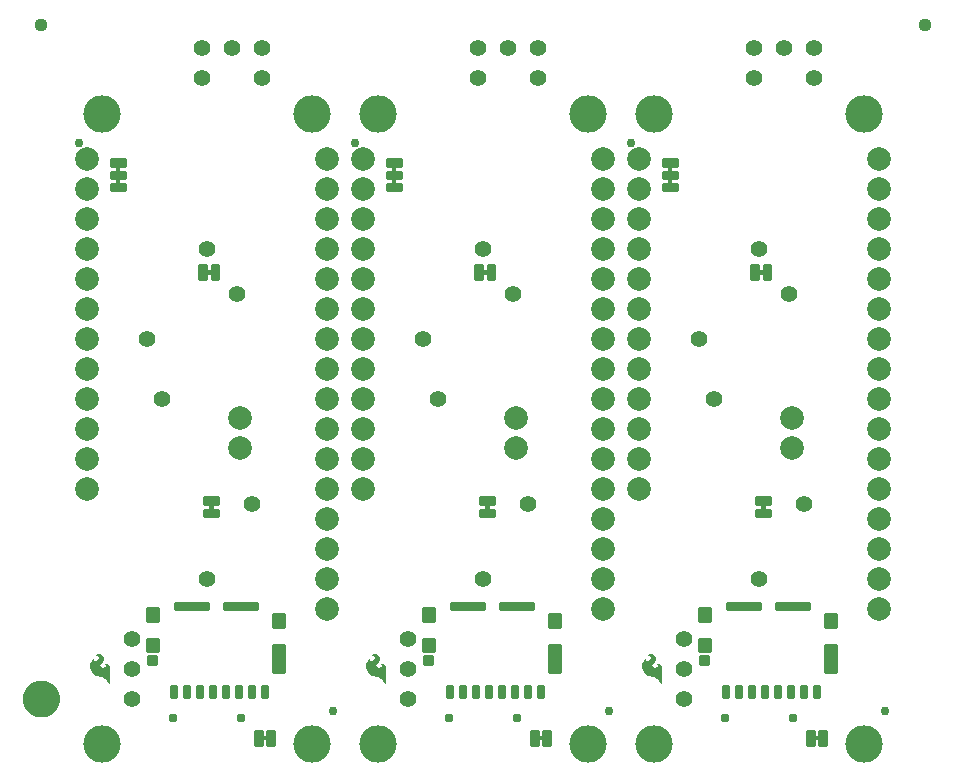
<source format=gbs>
G04 EAGLE Gerber RS-274X export*
G75*
%MOMM*%
%FSLAX34Y34*%
%LPD*%
%INSoldermask Bottom*%
%IPPOS*%
%AMOC8*
5,1,8,0,0,1.08239X$1,22.5*%
G01*
%ADD10C,2.006600*%
%ADD11C,3.175000*%
%ADD12C,0.762000*%
%ADD13C,0.777000*%
%ADD14C,0.228344*%
%ADD15C,1.397000*%
%ADD16C,0.225719*%
%ADD17C,0.228688*%
%ADD18C,0.235400*%
%ADD19C,0.223409*%
%ADD20C,1.127000*%
%ADD21C,1.270000*%
%ADD22C,1.627000*%

G36*
X266127Y75717D02*
X266127Y75717D01*
X266122Y75724D01*
X266129Y75730D01*
X266129Y88530D01*
X266127Y88533D01*
X266129Y88535D01*
X265929Y90335D01*
X265924Y90341D01*
X265927Y90346D01*
X265727Y90946D01*
X265722Y90949D01*
X265724Y90952D01*
X265424Y91552D01*
X265421Y91553D01*
X265422Y91555D01*
X265122Y92055D01*
X265107Y92062D01*
X265105Y92072D01*
X264608Y92371D01*
X264210Y92669D01*
X264200Y92669D01*
X264198Y92676D01*
X263198Y93076D01*
X263191Y93074D01*
X263188Y93079D01*
X262588Y93179D01*
X262583Y93176D01*
X262580Y93179D01*
X261780Y93179D01*
X261773Y93174D01*
X261768Y93178D01*
X261374Y93079D01*
X261180Y93079D01*
X261167Y93070D01*
X261158Y93074D01*
X260958Y92974D01*
X260957Y92973D01*
X260956Y92973D01*
X260955Y92969D01*
X260932Y92921D01*
X260948Y92913D01*
X260945Y92895D01*
X261045Y92795D01*
X261057Y92794D01*
X261058Y92786D01*
X261458Y92586D01*
X261463Y92587D01*
X261464Y92583D01*
X261753Y92487D01*
X262142Y92099D01*
X262335Y91808D01*
X262431Y91522D01*
X262431Y91238D01*
X262334Y90949D01*
X262139Y90559D01*
X261849Y90268D01*
X261557Y90074D01*
X261066Y89877D01*
X260575Y89779D01*
X259786Y89779D01*
X259000Y89976D01*
X258414Y90367D01*
X258024Y90854D01*
X257829Y91438D01*
X257829Y92120D01*
X258122Y92803D01*
X258817Y93597D01*
X259617Y94497D01*
X259617Y94498D01*
X260317Y95298D01*
X260318Y95305D01*
X260323Y95306D01*
X260823Y96206D01*
X260822Y96216D01*
X260828Y96219D01*
X261028Y97119D01*
X261025Y97127D01*
X261029Y97130D01*
X261029Y97930D01*
X261022Y97939D01*
X261027Y97946D01*
X260727Y98846D01*
X260718Y98852D01*
X260720Y98859D01*
X260220Y99559D01*
X260212Y99561D01*
X260213Y99567D01*
X259313Y100367D01*
X259304Y100367D01*
X259304Y100373D01*
X258204Y100973D01*
X258192Y100972D01*
X258189Y100978D01*
X257089Y101178D01*
X257083Y101175D01*
X257080Y101179D01*
X256080Y101179D01*
X256071Y101172D01*
X256064Y101177D01*
X255164Y100877D01*
X255164Y100876D01*
X255163Y100876D01*
X254363Y100576D01*
X254361Y100573D01*
X254358Y100574D01*
X253758Y100274D01*
X253755Y100268D01*
X253750Y100269D01*
X253350Y99969D01*
X253349Y99964D01*
X253345Y99965D01*
X253245Y99865D01*
X253243Y99851D01*
X253233Y99843D01*
X253241Y99833D01*
X253237Y99806D01*
X253264Y99802D01*
X253280Y99781D01*
X253580Y99781D01*
X253589Y99788D01*
X253596Y99783D01*
X253888Y99881D01*
X254174Y99881D01*
X254568Y99782D01*
X254570Y99783D01*
X254570Y99782D01*
X255064Y99683D01*
X255454Y99488D01*
X255844Y99196D01*
X256035Y98908D01*
X256133Y98614D01*
X256138Y98611D01*
X256136Y98608D01*
X256234Y98411D01*
X256328Y98130D01*
X256233Y97846D01*
X256234Y97843D01*
X256232Y97842D01*
X256134Y97450D01*
X255939Y97157D01*
X255939Y97153D01*
X255936Y97152D01*
X255739Y96759D01*
X255449Y96468D01*
X255153Y96271D01*
X255152Y96269D01*
X255150Y96269D01*
X254751Y95970D01*
X254455Y95773D01*
X253668Y95379D01*
X252988Y95379D01*
X252702Y95475D01*
X252421Y95662D01*
X252229Y96238D01*
X252229Y97030D01*
X252226Y97034D01*
X252228Y97039D01*
X252219Y97044D01*
X252193Y97077D01*
X252177Y97065D01*
X252158Y97074D01*
X251358Y96674D01*
X251352Y96662D01*
X251343Y96663D01*
X250543Y95763D01*
X250543Y95755D01*
X250537Y95755D01*
X249837Y94555D01*
X249838Y94548D01*
X249834Y94547D01*
X249334Y93147D01*
X249335Y93141D01*
X249332Y93139D01*
X249032Y91539D01*
X249036Y91531D01*
X249031Y91527D01*
X249131Y89727D01*
X249136Y89721D01*
X249133Y89717D01*
X249633Y87917D01*
X249639Y87912D01*
X249637Y87906D01*
X250637Y86106D01*
X250642Y86104D01*
X250641Y86100D01*
X251341Y85200D01*
X251346Y85199D01*
X251345Y85195D01*
X252145Y84395D01*
X252148Y84395D01*
X252148Y84393D01*
X252948Y83693D01*
X252954Y83692D01*
X252955Y83688D01*
X253955Y83088D01*
X253961Y83088D01*
X253962Y83084D01*
X254962Y82684D01*
X254966Y82685D01*
X254967Y82683D01*
X256067Y82383D01*
X256071Y82384D01*
X256072Y82381D01*
X257272Y82181D01*
X257274Y82182D01*
X257279Y82182D01*
X257280Y82181D01*
X259176Y82181D01*
X259763Y82083D01*
X260252Y81790D01*
X261245Y80995D01*
X261742Y80398D01*
X261746Y80398D01*
X261745Y80395D01*
X263042Y79098D01*
X263540Y78401D01*
X263546Y78400D01*
X263545Y78395D01*
X264143Y77797D01*
X264642Y77198D01*
X264646Y77198D01*
X264645Y77195D01*
X265143Y76698D01*
X265441Y76300D01*
X265446Y76299D01*
X265445Y76295D01*
X265742Y75999D01*
X265939Y75703D01*
X265972Y75691D01*
X265980Y75681D01*
X266080Y75681D01*
X266127Y75717D01*
G37*
G36*
X32447Y75717D02*
X32447Y75717D01*
X32442Y75724D01*
X32449Y75730D01*
X32449Y88530D01*
X32447Y88533D01*
X32449Y88535D01*
X32249Y90335D01*
X32244Y90341D01*
X32247Y90346D01*
X32047Y90946D01*
X32042Y90949D01*
X32044Y90952D01*
X31744Y91552D01*
X31741Y91553D01*
X31742Y91555D01*
X31442Y92055D01*
X31427Y92062D01*
X31425Y92072D01*
X30928Y92371D01*
X30530Y92669D01*
X30520Y92669D01*
X30518Y92676D01*
X29518Y93076D01*
X29511Y93074D01*
X29508Y93079D01*
X28908Y93179D01*
X28903Y93176D01*
X28900Y93179D01*
X28100Y93179D01*
X28093Y93174D01*
X28088Y93178D01*
X27694Y93079D01*
X27500Y93079D01*
X27487Y93070D01*
X27478Y93074D01*
X27278Y92974D01*
X27277Y92973D01*
X27276Y92973D01*
X27275Y92969D01*
X27252Y92921D01*
X27268Y92913D01*
X27265Y92895D01*
X27365Y92795D01*
X27377Y92794D01*
X27378Y92786D01*
X27778Y92586D01*
X27783Y92587D01*
X27784Y92583D01*
X28073Y92487D01*
X28462Y92099D01*
X28655Y91808D01*
X28751Y91522D01*
X28751Y91238D01*
X28654Y90949D01*
X28459Y90559D01*
X28169Y90268D01*
X27877Y90074D01*
X27386Y89877D01*
X26895Y89779D01*
X26106Y89779D01*
X25320Y89976D01*
X24734Y90367D01*
X24344Y90854D01*
X24149Y91438D01*
X24149Y92120D01*
X24442Y92803D01*
X25137Y93597D01*
X25937Y94497D01*
X25937Y94498D01*
X26637Y95298D01*
X26638Y95305D01*
X26643Y95306D01*
X27143Y96206D01*
X27142Y96216D01*
X27148Y96219D01*
X27348Y97119D01*
X27345Y97127D01*
X27349Y97130D01*
X27349Y97930D01*
X27342Y97939D01*
X27347Y97946D01*
X27047Y98846D01*
X27038Y98852D01*
X27040Y98859D01*
X26540Y99559D01*
X26532Y99561D01*
X26533Y99567D01*
X25633Y100367D01*
X25624Y100367D01*
X25624Y100373D01*
X24524Y100973D01*
X24512Y100972D01*
X24509Y100978D01*
X23409Y101178D01*
X23403Y101175D01*
X23400Y101179D01*
X22400Y101179D01*
X22391Y101172D01*
X22384Y101177D01*
X21484Y100877D01*
X21484Y100876D01*
X21483Y100876D01*
X20683Y100576D01*
X20681Y100573D01*
X20678Y100574D01*
X20078Y100274D01*
X20075Y100268D01*
X20070Y100269D01*
X19670Y99969D01*
X19669Y99964D01*
X19665Y99965D01*
X19565Y99865D01*
X19563Y99851D01*
X19553Y99843D01*
X19561Y99833D01*
X19557Y99806D01*
X19584Y99802D01*
X19600Y99781D01*
X19900Y99781D01*
X19909Y99788D01*
X19916Y99783D01*
X20208Y99881D01*
X20494Y99881D01*
X20888Y99782D01*
X20890Y99783D01*
X20890Y99782D01*
X21384Y99683D01*
X21774Y99488D01*
X22164Y99196D01*
X22355Y98908D01*
X22453Y98614D01*
X22458Y98611D01*
X22456Y98608D01*
X22554Y98411D01*
X22648Y98130D01*
X22553Y97846D01*
X22554Y97843D01*
X22552Y97842D01*
X22454Y97450D01*
X22259Y97157D01*
X22259Y97153D01*
X22256Y97152D01*
X22059Y96759D01*
X21769Y96468D01*
X21473Y96271D01*
X21472Y96269D01*
X21470Y96269D01*
X21071Y95970D01*
X20775Y95773D01*
X19988Y95379D01*
X19308Y95379D01*
X19022Y95475D01*
X18741Y95662D01*
X18549Y96238D01*
X18549Y97030D01*
X18546Y97034D01*
X18548Y97039D01*
X18539Y97044D01*
X18513Y97077D01*
X18497Y97065D01*
X18478Y97074D01*
X17678Y96674D01*
X17672Y96662D01*
X17663Y96663D01*
X16863Y95763D01*
X16863Y95755D01*
X16857Y95755D01*
X16157Y94555D01*
X16158Y94548D01*
X16154Y94547D01*
X15654Y93147D01*
X15655Y93141D01*
X15652Y93139D01*
X15352Y91539D01*
X15356Y91531D01*
X15351Y91527D01*
X15451Y89727D01*
X15456Y89721D01*
X15453Y89717D01*
X15953Y87917D01*
X15959Y87912D01*
X15957Y87906D01*
X16957Y86106D01*
X16962Y86104D01*
X16961Y86100D01*
X17661Y85200D01*
X17666Y85199D01*
X17665Y85195D01*
X18465Y84395D01*
X18468Y84395D01*
X18468Y84393D01*
X19268Y83693D01*
X19274Y83692D01*
X19275Y83688D01*
X20275Y83088D01*
X20281Y83088D01*
X20282Y83084D01*
X21282Y82684D01*
X21286Y82685D01*
X21287Y82683D01*
X22387Y82383D01*
X22391Y82384D01*
X22392Y82381D01*
X23592Y82181D01*
X23594Y82182D01*
X23599Y82182D01*
X23600Y82181D01*
X25496Y82181D01*
X26083Y82083D01*
X26572Y81790D01*
X27565Y80995D01*
X28062Y80398D01*
X28066Y80398D01*
X28065Y80395D01*
X29362Y79098D01*
X29860Y78401D01*
X29866Y78400D01*
X29865Y78395D01*
X30463Y77797D01*
X30962Y77198D01*
X30966Y77198D01*
X30965Y77195D01*
X31463Y76698D01*
X31761Y76300D01*
X31766Y76299D01*
X31765Y76295D01*
X32062Y75999D01*
X32259Y75703D01*
X32292Y75691D01*
X32300Y75681D01*
X32400Y75681D01*
X32447Y75717D01*
G37*
G36*
X499807Y75717D02*
X499807Y75717D01*
X499802Y75724D01*
X499809Y75730D01*
X499809Y88530D01*
X499807Y88533D01*
X499809Y88535D01*
X499609Y90335D01*
X499604Y90341D01*
X499607Y90346D01*
X499407Y90946D01*
X499402Y90949D01*
X499404Y90952D01*
X499104Y91552D01*
X499101Y91553D01*
X499102Y91555D01*
X498802Y92055D01*
X498787Y92062D01*
X498785Y92072D01*
X498288Y92371D01*
X497890Y92669D01*
X497880Y92669D01*
X497878Y92676D01*
X496878Y93076D01*
X496871Y93074D01*
X496868Y93079D01*
X496268Y93179D01*
X496263Y93176D01*
X496260Y93179D01*
X495460Y93179D01*
X495453Y93174D01*
X495448Y93178D01*
X495054Y93079D01*
X494860Y93079D01*
X494847Y93070D01*
X494838Y93074D01*
X494638Y92974D01*
X494637Y92973D01*
X494636Y92973D01*
X494635Y92969D01*
X494612Y92921D01*
X494628Y92913D01*
X494625Y92895D01*
X494725Y92795D01*
X494737Y92794D01*
X494738Y92786D01*
X495138Y92586D01*
X495143Y92587D01*
X495144Y92583D01*
X495433Y92487D01*
X495822Y92099D01*
X496015Y91808D01*
X496111Y91522D01*
X496111Y91238D01*
X496014Y90949D01*
X495819Y90559D01*
X495529Y90268D01*
X495237Y90074D01*
X494746Y89877D01*
X494255Y89779D01*
X493466Y89779D01*
X492680Y89976D01*
X492094Y90367D01*
X491704Y90854D01*
X491509Y91438D01*
X491509Y92120D01*
X491802Y92803D01*
X492497Y93597D01*
X493297Y94497D01*
X493297Y94498D01*
X493997Y95298D01*
X493998Y95305D01*
X494003Y95306D01*
X494503Y96206D01*
X494502Y96216D01*
X494508Y96219D01*
X494708Y97119D01*
X494705Y97127D01*
X494709Y97130D01*
X494709Y97930D01*
X494702Y97939D01*
X494707Y97946D01*
X494407Y98846D01*
X494398Y98852D01*
X494400Y98859D01*
X493900Y99559D01*
X493892Y99561D01*
X493893Y99567D01*
X492993Y100367D01*
X492984Y100367D01*
X492984Y100373D01*
X491884Y100973D01*
X491872Y100972D01*
X491869Y100978D01*
X490769Y101178D01*
X490763Y101175D01*
X490760Y101179D01*
X489760Y101179D01*
X489751Y101172D01*
X489744Y101177D01*
X488844Y100877D01*
X488844Y100876D01*
X488843Y100876D01*
X488043Y100576D01*
X488041Y100573D01*
X488038Y100574D01*
X487438Y100274D01*
X487435Y100268D01*
X487430Y100269D01*
X487030Y99969D01*
X487029Y99964D01*
X487025Y99965D01*
X486925Y99865D01*
X486923Y99851D01*
X486913Y99843D01*
X486921Y99833D01*
X486917Y99806D01*
X486944Y99802D01*
X486960Y99781D01*
X487260Y99781D01*
X487269Y99788D01*
X487276Y99783D01*
X487568Y99881D01*
X487854Y99881D01*
X488248Y99782D01*
X488250Y99783D01*
X488250Y99782D01*
X488744Y99683D01*
X489134Y99488D01*
X489524Y99196D01*
X489715Y98908D01*
X489813Y98614D01*
X489818Y98611D01*
X489816Y98608D01*
X489914Y98411D01*
X490008Y98130D01*
X489913Y97846D01*
X489914Y97843D01*
X489912Y97842D01*
X489814Y97450D01*
X489619Y97157D01*
X489619Y97153D01*
X489616Y97152D01*
X489419Y96759D01*
X489129Y96468D01*
X488833Y96271D01*
X488832Y96269D01*
X488830Y96269D01*
X488431Y95970D01*
X488135Y95773D01*
X487348Y95379D01*
X486668Y95379D01*
X486382Y95475D01*
X486101Y95662D01*
X485909Y96238D01*
X485909Y97030D01*
X485906Y97034D01*
X485908Y97039D01*
X485899Y97044D01*
X485873Y97077D01*
X485857Y97065D01*
X485838Y97074D01*
X485038Y96674D01*
X485032Y96662D01*
X485023Y96663D01*
X484223Y95763D01*
X484223Y95755D01*
X484217Y95755D01*
X483517Y94555D01*
X483518Y94548D01*
X483514Y94547D01*
X483014Y93147D01*
X483015Y93141D01*
X483012Y93139D01*
X482712Y91539D01*
X482716Y91531D01*
X482711Y91527D01*
X482811Y89727D01*
X482816Y89721D01*
X482813Y89717D01*
X483313Y87917D01*
X483319Y87912D01*
X483317Y87906D01*
X484317Y86106D01*
X484322Y86104D01*
X484321Y86100D01*
X485021Y85200D01*
X485026Y85199D01*
X485025Y85195D01*
X485825Y84395D01*
X485828Y84395D01*
X485828Y84393D01*
X486628Y83693D01*
X486634Y83692D01*
X486635Y83688D01*
X487635Y83088D01*
X487641Y83088D01*
X487642Y83084D01*
X488642Y82684D01*
X488646Y82685D01*
X488647Y82683D01*
X489747Y82383D01*
X489751Y82384D01*
X489752Y82381D01*
X490952Y82181D01*
X490954Y82182D01*
X490959Y82182D01*
X490960Y82181D01*
X492856Y82181D01*
X493443Y82083D01*
X493932Y81790D01*
X494925Y80995D01*
X495422Y80398D01*
X495426Y80398D01*
X495425Y80395D01*
X496722Y79098D01*
X497220Y78401D01*
X497226Y78400D01*
X497225Y78395D01*
X497823Y77797D01*
X498322Y77198D01*
X498326Y77198D01*
X498325Y77195D01*
X498823Y76698D01*
X499121Y76300D01*
X499126Y76299D01*
X499125Y76295D01*
X499422Y75999D01*
X499619Y75703D01*
X499652Y75691D01*
X499660Y75681D01*
X499760Y75681D01*
X499807Y75717D01*
G37*
G36*
X274015Y509552D02*
X274015Y509552D01*
X274081Y509554D01*
X274124Y509572D01*
X274171Y509580D01*
X274228Y509614D01*
X274288Y509639D01*
X274323Y509670D01*
X274364Y509695D01*
X274406Y509746D01*
X274454Y509790D01*
X274476Y509832D01*
X274505Y509869D01*
X274526Y509931D01*
X274557Y509990D01*
X274565Y510044D01*
X274577Y510081D01*
X274576Y510121D01*
X274584Y510175D01*
X274584Y513985D01*
X274573Y514050D01*
X274571Y514116D01*
X274553Y514159D01*
X274545Y514206D01*
X274511Y514263D01*
X274486Y514323D01*
X274455Y514358D01*
X274430Y514399D01*
X274379Y514441D01*
X274335Y514489D01*
X274293Y514511D01*
X274256Y514540D01*
X274194Y514561D01*
X274135Y514592D01*
X274081Y514600D01*
X274044Y514612D01*
X274004Y514611D01*
X273950Y514619D01*
X271410Y514619D01*
X271345Y514608D01*
X271279Y514606D01*
X271236Y514588D01*
X271189Y514580D01*
X271132Y514546D01*
X271072Y514521D01*
X271037Y514490D01*
X270996Y514465D01*
X270955Y514414D01*
X270906Y514370D01*
X270884Y514328D01*
X270855Y514291D01*
X270834Y514229D01*
X270803Y514170D01*
X270795Y514116D01*
X270783Y514079D01*
X270783Y514075D01*
X270783Y514074D01*
X270784Y514039D01*
X270776Y513985D01*
X270776Y510175D01*
X270787Y510110D01*
X270789Y510044D01*
X270807Y510001D01*
X270815Y509954D01*
X270849Y509897D01*
X270874Y509837D01*
X270905Y509802D01*
X270930Y509761D01*
X270981Y509720D01*
X271025Y509671D01*
X271067Y509649D01*
X271104Y509620D01*
X271166Y509599D01*
X271225Y509568D01*
X271279Y509560D01*
X271316Y509548D01*
X271356Y509549D01*
X271410Y509541D01*
X273950Y509541D01*
X274015Y509552D01*
G37*
G36*
X507695Y509552D02*
X507695Y509552D01*
X507761Y509554D01*
X507804Y509572D01*
X507851Y509580D01*
X507908Y509614D01*
X507968Y509639D01*
X508003Y509670D01*
X508044Y509695D01*
X508086Y509746D01*
X508134Y509790D01*
X508156Y509832D01*
X508185Y509869D01*
X508206Y509931D01*
X508237Y509990D01*
X508245Y510044D01*
X508257Y510081D01*
X508256Y510121D01*
X508264Y510175D01*
X508264Y513985D01*
X508253Y514050D01*
X508251Y514116D01*
X508233Y514159D01*
X508225Y514206D01*
X508191Y514263D01*
X508166Y514323D01*
X508135Y514358D01*
X508110Y514399D01*
X508059Y514441D01*
X508015Y514489D01*
X507973Y514511D01*
X507936Y514540D01*
X507874Y514561D01*
X507815Y514592D01*
X507761Y514600D01*
X507724Y514612D01*
X507684Y514611D01*
X507630Y514619D01*
X505090Y514619D01*
X505025Y514608D01*
X504959Y514606D01*
X504916Y514588D01*
X504869Y514580D01*
X504812Y514546D01*
X504752Y514521D01*
X504717Y514490D01*
X504676Y514465D01*
X504635Y514414D01*
X504586Y514370D01*
X504564Y514328D01*
X504535Y514291D01*
X504514Y514229D01*
X504483Y514170D01*
X504475Y514116D01*
X504463Y514079D01*
X504463Y514075D01*
X504463Y514074D01*
X504464Y514039D01*
X504456Y513985D01*
X504456Y510175D01*
X504467Y510110D01*
X504469Y510044D01*
X504487Y510001D01*
X504495Y509954D01*
X504529Y509897D01*
X504554Y509837D01*
X504585Y509802D01*
X504610Y509761D01*
X504661Y509720D01*
X504705Y509671D01*
X504747Y509649D01*
X504784Y509620D01*
X504846Y509599D01*
X504905Y509568D01*
X504959Y509560D01*
X504996Y509548D01*
X505036Y509549D01*
X505090Y509541D01*
X507630Y509541D01*
X507695Y509552D01*
G37*
G36*
X40335Y509552D02*
X40335Y509552D01*
X40401Y509554D01*
X40444Y509572D01*
X40491Y509580D01*
X40548Y509614D01*
X40608Y509639D01*
X40643Y509670D01*
X40684Y509695D01*
X40726Y509746D01*
X40774Y509790D01*
X40796Y509832D01*
X40825Y509869D01*
X40846Y509931D01*
X40877Y509990D01*
X40885Y510044D01*
X40897Y510081D01*
X40896Y510121D01*
X40904Y510175D01*
X40904Y513985D01*
X40893Y514050D01*
X40891Y514116D01*
X40873Y514159D01*
X40865Y514206D01*
X40831Y514263D01*
X40806Y514323D01*
X40775Y514358D01*
X40750Y514399D01*
X40699Y514441D01*
X40655Y514489D01*
X40613Y514511D01*
X40576Y514540D01*
X40514Y514561D01*
X40455Y514592D01*
X40401Y514600D01*
X40364Y514612D01*
X40324Y514611D01*
X40270Y514619D01*
X37730Y514619D01*
X37665Y514608D01*
X37599Y514606D01*
X37556Y514588D01*
X37509Y514580D01*
X37452Y514546D01*
X37392Y514521D01*
X37357Y514490D01*
X37316Y514465D01*
X37275Y514414D01*
X37226Y514370D01*
X37204Y514328D01*
X37175Y514291D01*
X37154Y514229D01*
X37123Y514170D01*
X37115Y514116D01*
X37103Y514079D01*
X37103Y514075D01*
X37103Y514074D01*
X37104Y514039D01*
X37096Y513985D01*
X37096Y510175D01*
X37107Y510110D01*
X37109Y510044D01*
X37127Y510001D01*
X37135Y509954D01*
X37169Y509897D01*
X37194Y509837D01*
X37225Y509802D01*
X37250Y509761D01*
X37301Y509720D01*
X37345Y509671D01*
X37387Y509649D01*
X37424Y509620D01*
X37486Y509599D01*
X37545Y509568D01*
X37599Y509560D01*
X37636Y509548D01*
X37676Y509549D01*
X37730Y509541D01*
X40270Y509541D01*
X40335Y509552D01*
G37*
G36*
X507695Y499392D02*
X507695Y499392D01*
X507761Y499394D01*
X507804Y499412D01*
X507851Y499420D01*
X507908Y499454D01*
X507968Y499479D01*
X508003Y499510D01*
X508044Y499535D01*
X508086Y499586D01*
X508134Y499630D01*
X508156Y499672D01*
X508185Y499709D01*
X508206Y499771D01*
X508237Y499830D01*
X508245Y499884D01*
X508257Y499921D01*
X508256Y499961D01*
X508264Y500015D01*
X508264Y503825D01*
X508253Y503890D01*
X508251Y503956D01*
X508233Y503999D01*
X508225Y504046D01*
X508191Y504103D01*
X508166Y504163D01*
X508135Y504198D01*
X508110Y504239D01*
X508059Y504281D01*
X508015Y504329D01*
X507973Y504351D01*
X507936Y504380D01*
X507874Y504401D01*
X507815Y504432D01*
X507761Y504440D01*
X507724Y504452D01*
X507684Y504451D01*
X507630Y504459D01*
X505090Y504459D01*
X505025Y504448D01*
X504959Y504446D01*
X504916Y504428D01*
X504869Y504420D01*
X504812Y504386D01*
X504752Y504361D01*
X504717Y504330D01*
X504676Y504305D01*
X504635Y504254D01*
X504586Y504210D01*
X504564Y504168D01*
X504535Y504131D01*
X504514Y504069D01*
X504483Y504010D01*
X504475Y503956D01*
X504463Y503919D01*
X504463Y503915D01*
X504463Y503914D01*
X504464Y503879D01*
X504456Y503825D01*
X504456Y500015D01*
X504467Y499950D01*
X504469Y499884D01*
X504487Y499841D01*
X504495Y499794D01*
X504529Y499737D01*
X504554Y499677D01*
X504585Y499642D01*
X504610Y499601D01*
X504661Y499560D01*
X504705Y499511D01*
X504747Y499489D01*
X504784Y499460D01*
X504846Y499439D01*
X504905Y499408D01*
X504959Y499400D01*
X504996Y499388D01*
X505036Y499389D01*
X505090Y499381D01*
X507630Y499381D01*
X507695Y499392D01*
G37*
G36*
X274015Y499392D02*
X274015Y499392D01*
X274081Y499394D01*
X274124Y499412D01*
X274171Y499420D01*
X274228Y499454D01*
X274288Y499479D01*
X274323Y499510D01*
X274364Y499535D01*
X274406Y499586D01*
X274454Y499630D01*
X274476Y499672D01*
X274505Y499709D01*
X274526Y499771D01*
X274557Y499830D01*
X274565Y499884D01*
X274577Y499921D01*
X274576Y499961D01*
X274584Y500015D01*
X274584Y503825D01*
X274573Y503890D01*
X274571Y503956D01*
X274553Y503999D01*
X274545Y504046D01*
X274511Y504103D01*
X274486Y504163D01*
X274455Y504198D01*
X274430Y504239D01*
X274379Y504281D01*
X274335Y504329D01*
X274293Y504351D01*
X274256Y504380D01*
X274194Y504401D01*
X274135Y504432D01*
X274081Y504440D01*
X274044Y504452D01*
X274004Y504451D01*
X273950Y504459D01*
X271410Y504459D01*
X271345Y504448D01*
X271279Y504446D01*
X271236Y504428D01*
X271189Y504420D01*
X271132Y504386D01*
X271072Y504361D01*
X271037Y504330D01*
X270996Y504305D01*
X270955Y504254D01*
X270906Y504210D01*
X270884Y504168D01*
X270855Y504131D01*
X270834Y504069D01*
X270803Y504010D01*
X270795Y503956D01*
X270783Y503919D01*
X270783Y503915D01*
X270783Y503914D01*
X270784Y503879D01*
X270776Y503825D01*
X270776Y500015D01*
X270787Y499950D01*
X270789Y499884D01*
X270807Y499841D01*
X270815Y499794D01*
X270849Y499737D01*
X270874Y499677D01*
X270905Y499642D01*
X270930Y499601D01*
X270981Y499560D01*
X271025Y499511D01*
X271067Y499489D01*
X271104Y499460D01*
X271166Y499439D01*
X271225Y499408D01*
X271279Y499400D01*
X271316Y499388D01*
X271356Y499389D01*
X271410Y499381D01*
X273950Y499381D01*
X274015Y499392D01*
G37*
G36*
X40335Y499392D02*
X40335Y499392D01*
X40401Y499394D01*
X40444Y499412D01*
X40491Y499420D01*
X40548Y499454D01*
X40608Y499479D01*
X40643Y499510D01*
X40684Y499535D01*
X40726Y499586D01*
X40774Y499630D01*
X40796Y499672D01*
X40825Y499709D01*
X40846Y499771D01*
X40877Y499830D01*
X40885Y499884D01*
X40897Y499921D01*
X40896Y499961D01*
X40904Y500015D01*
X40904Y503825D01*
X40893Y503890D01*
X40891Y503956D01*
X40873Y503999D01*
X40865Y504046D01*
X40831Y504103D01*
X40806Y504163D01*
X40775Y504198D01*
X40750Y504239D01*
X40699Y504281D01*
X40655Y504329D01*
X40613Y504351D01*
X40576Y504380D01*
X40514Y504401D01*
X40455Y504432D01*
X40401Y504440D01*
X40364Y504452D01*
X40324Y504451D01*
X40270Y504459D01*
X37730Y504459D01*
X37665Y504448D01*
X37599Y504446D01*
X37556Y504428D01*
X37509Y504420D01*
X37452Y504386D01*
X37392Y504361D01*
X37357Y504330D01*
X37316Y504305D01*
X37275Y504254D01*
X37226Y504210D01*
X37204Y504168D01*
X37175Y504131D01*
X37154Y504069D01*
X37123Y504010D01*
X37115Y503956D01*
X37103Y503919D01*
X37103Y503915D01*
X37103Y503914D01*
X37104Y503879D01*
X37096Y503825D01*
X37096Y500015D01*
X37107Y499950D01*
X37109Y499884D01*
X37127Y499841D01*
X37135Y499794D01*
X37169Y499737D01*
X37194Y499677D01*
X37225Y499642D01*
X37250Y499601D01*
X37301Y499560D01*
X37345Y499511D01*
X37387Y499489D01*
X37424Y499460D01*
X37486Y499439D01*
X37545Y499408D01*
X37599Y499400D01*
X37636Y499388D01*
X37676Y499389D01*
X37730Y499381D01*
X40270Y499381D01*
X40335Y499392D01*
G37*
G36*
X353015Y223472D02*
X353015Y223472D01*
X353081Y223474D01*
X353124Y223492D01*
X353171Y223500D01*
X353228Y223534D01*
X353288Y223559D01*
X353323Y223590D01*
X353364Y223615D01*
X353406Y223666D01*
X353454Y223710D01*
X353476Y223752D01*
X353505Y223789D01*
X353526Y223851D01*
X353557Y223910D01*
X353565Y223964D01*
X353577Y224001D01*
X353576Y224041D01*
X353584Y224095D01*
X353584Y227905D01*
X353573Y227970D01*
X353571Y228036D01*
X353553Y228079D01*
X353545Y228126D01*
X353511Y228183D01*
X353486Y228243D01*
X353455Y228278D01*
X353430Y228319D01*
X353379Y228361D01*
X353335Y228409D01*
X353293Y228431D01*
X353256Y228460D01*
X353194Y228481D01*
X353135Y228512D01*
X353081Y228520D01*
X353044Y228532D01*
X353004Y228531D01*
X352950Y228539D01*
X350410Y228539D01*
X350345Y228528D01*
X350279Y228526D01*
X350236Y228508D01*
X350189Y228500D01*
X350132Y228466D01*
X350072Y228441D01*
X350037Y228410D01*
X349996Y228385D01*
X349955Y228334D01*
X349906Y228290D01*
X349884Y228248D01*
X349855Y228211D01*
X349834Y228149D01*
X349803Y228090D01*
X349795Y228036D01*
X349783Y227999D01*
X349783Y227995D01*
X349783Y227994D01*
X349784Y227959D01*
X349776Y227905D01*
X349776Y224095D01*
X349787Y224030D01*
X349789Y223964D01*
X349807Y223921D01*
X349815Y223874D01*
X349849Y223817D01*
X349874Y223757D01*
X349905Y223722D01*
X349930Y223681D01*
X349981Y223640D01*
X350025Y223591D01*
X350067Y223569D01*
X350104Y223540D01*
X350166Y223519D01*
X350225Y223488D01*
X350279Y223480D01*
X350316Y223468D01*
X350356Y223469D01*
X350410Y223461D01*
X352950Y223461D01*
X353015Y223472D01*
G37*
G36*
X119335Y223472D02*
X119335Y223472D01*
X119401Y223474D01*
X119444Y223492D01*
X119491Y223500D01*
X119548Y223534D01*
X119608Y223559D01*
X119643Y223590D01*
X119684Y223615D01*
X119726Y223666D01*
X119774Y223710D01*
X119796Y223752D01*
X119825Y223789D01*
X119846Y223851D01*
X119877Y223910D01*
X119885Y223964D01*
X119897Y224001D01*
X119896Y224041D01*
X119904Y224095D01*
X119904Y227905D01*
X119893Y227970D01*
X119891Y228036D01*
X119873Y228079D01*
X119865Y228126D01*
X119831Y228183D01*
X119806Y228243D01*
X119775Y228278D01*
X119750Y228319D01*
X119699Y228361D01*
X119655Y228409D01*
X119613Y228431D01*
X119576Y228460D01*
X119514Y228481D01*
X119455Y228512D01*
X119401Y228520D01*
X119364Y228532D01*
X119324Y228531D01*
X119270Y228539D01*
X116730Y228539D01*
X116665Y228528D01*
X116599Y228526D01*
X116556Y228508D01*
X116509Y228500D01*
X116452Y228466D01*
X116392Y228441D01*
X116357Y228410D01*
X116316Y228385D01*
X116275Y228334D01*
X116226Y228290D01*
X116204Y228248D01*
X116175Y228211D01*
X116154Y228149D01*
X116123Y228090D01*
X116115Y228036D01*
X116103Y227999D01*
X116103Y227995D01*
X116103Y227994D01*
X116104Y227959D01*
X116096Y227905D01*
X116096Y224095D01*
X116107Y224030D01*
X116109Y223964D01*
X116127Y223921D01*
X116135Y223874D01*
X116169Y223817D01*
X116194Y223757D01*
X116225Y223722D01*
X116250Y223681D01*
X116301Y223640D01*
X116345Y223591D01*
X116387Y223569D01*
X116424Y223540D01*
X116486Y223519D01*
X116545Y223488D01*
X116599Y223480D01*
X116636Y223468D01*
X116676Y223469D01*
X116730Y223461D01*
X119270Y223461D01*
X119335Y223472D01*
G37*
G36*
X586695Y223472D02*
X586695Y223472D01*
X586761Y223474D01*
X586804Y223492D01*
X586851Y223500D01*
X586908Y223534D01*
X586968Y223559D01*
X587003Y223590D01*
X587044Y223615D01*
X587086Y223666D01*
X587134Y223710D01*
X587156Y223752D01*
X587185Y223789D01*
X587206Y223851D01*
X587237Y223910D01*
X587245Y223964D01*
X587257Y224001D01*
X587256Y224041D01*
X587264Y224095D01*
X587264Y227905D01*
X587253Y227970D01*
X587251Y228036D01*
X587233Y228079D01*
X587225Y228126D01*
X587191Y228183D01*
X587166Y228243D01*
X587135Y228278D01*
X587110Y228319D01*
X587059Y228361D01*
X587015Y228409D01*
X586973Y228431D01*
X586936Y228460D01*
X586874Y228481D01*
X586815Y228512D01*
X586761Y228520D01*
X586724Y228532D01*
X586684Y228531D01*
X586630Y228539D01*
X584090Y228539D01*
X584025Y228528D01*
X583959Y228526D01*
X583916Y228508D01*
X583869Y228500D01*
X583812Y228466D01*
X583752Y228441D01*
X583717Y228410D01*
X583676Y228385D01*
X583635Y228334D01*
X583586Y228290D01*
X583564Y228248D01*
X583535Y228211D01*
X583514Y228149D01*
X583483Y228090D01*
X583475Y228036D01*
X583463Y227999D01*
X583463Y227995D01*
X583463Y227994D01*
X583464Y227959D01*
X583456Y227905D01*
X583456Y224095D01*
X583467Y224030D01*
X583469Y223964D01*
X583487Y223921D01*
X583495Y223874D01*
X583529Y223817D01*
X583554Y223757D01*
X583585Y223722D01*
X583610Y223681D01*
X583661Y223640D01*
X583705Y223591D01*
X583747Y223569D01*
X583784Y223540D01*
X583846Y223519D01*
X583905Y223488D01*
X583959Y223480D01*
X583996Y223468D01*
X584036Y223469D01*
X584090Y223461D01*
X586630Y223461D01*
X586695Y223472D01*
G37*
G36*
X117870Y422607D02*
X117870Y422607D01*
X117936Y422609D01*
X117979Y422627D01*
X118026Y422635D01*
X118083Y422669D01*
X118143Y422694D01*
X118178Y422725D01*
X118219Y422750D01*
X118261Y422801D01*
X118309Y422845D01*
X118331Y422887D01*
X118360Y422924D01*
X118381Y422986D01*
X118412Y423045D01*
X118420Y423099D01*
X118432Y423136D01*
X118431Y423176D01*
X118439Y423230D01*
X118439Y425770D01*
X118428Y425835D01*
X118426Y425901D01*
X118408Y425944D01*
X118400Y425991D01*
X118366Y426048D01*
X118341Y426108D01*
X118310Y426143D01*
X118285Y426184D01*
X118234Y426226D01*
X118190Y426274D01*
X118148Y426296D01*
X118111Y426325D01*
X118049Y426346D01*
X117990Y426377D01*
X117936Y426385D01*
X117899Y426397D01*
X117859Y426396D01*
X117805Y426404D01*
X113995Y426404D01*
X113930Y426393D01*
X113864Y426391D01*
X113821Y426373D01*
X113774Y426365D01*
X113717Y426331D01*
X113657Y426306D01*
X113622Y426275D01*
X113581Y426250D01*
X113540Y426199D01*
X113491Y426155D01*
X113469Y426113D01*
X113440Y426076D01*
X113419Y426014D01*
X113388Y425955D01*
X113380Y425901D01*
X113368Y425864D01*
X113368Y425861D01*
X113369Y425824D01*
X113361Y425770D01*
X113361Y423230D01*
X113372Y423165D01*
X113374Y423099D01*
X113392Y423056D01*
X113400Y423009D01*
X113434Y422952D01*
X113459Y422892D01*
X113490Y422857D01*
X113515Y422816D01*
X113566Y422775D01*
X113610Y422726D01*
X113652Y422704D01*
X113689Y422675D01*
X113751Y422654D01*
X113810Y422623D01*
X113864Y422615D01*
X113901Y422603D01*
X113941Y422604D01*
X113995Y422596D01*
X117805Y422596D01*
X117870Y422607D01*
G37*
G36*
X585230Y422607D02*
X585230Y422607D01*
X585296Y422609D01*
X585339Y422627D01*
X585386Y422635D01*
X585443Y422669D01*
X585503Y422694D01*
X585538Y422725D01*
X585579Y422750D01*
X585621Y422801D01*
X585669Y422845D01*
X585691Y422887D01*
X585720Y422924D01*
X585741Y422986D01*
X585772Y423045D01*
X585780Y423099D01*
X585792Y423136D01*
X585791Y423176D01*
X585799Y423230D01*
X585799Y425770D01*
X585788Y425835D01*
X585786Y425901D01*
X585768Y425944D01*
X585760Y425991D01*
X585726Y426048D01*
X585701Y426108D01*
X585670Y426143D01*
X585645Y426184D01*
X585594Y426226D01*
X585550Y426274D01*
X585508Y426296D01*
X585471Y426325D01*
X585409Y426346D01*
X585350Y426377D01*
X585296Y426385D01*
X585259Y426397D01*
X585219Y426396D01*
X585165Y426404D01*
X581355Y426404D01*
X581290Y426393D01*
X581224Y426391D01*
X581181Y426373D01*
X581134Y426365D01*
X581077Y426331D01*
X581017Y426306D01*
X580982Y426275D01*
X580941Y426250D01*
X580900Y426199D01*
X580851Y426155D01*
X580829Y426113D01*
X580800Y426076D01*
X580779Y426014D01*
X580748Y425955D01*
X580740Y425901D01*
X580728Y425864D01*
X580728Y425861D01*
X580729Y425824D01*
X580721Y425770D01*
X580721Y423230D01*
X580732Y423165D01*
X580734Y423099D01*
X580752Y423056D01*
X580760Y423009D01*
X580794Y422952D01*
X580819Y422892D01*
X580850Y422857D01*
X580875Y422816D01*
X580926Y422775D01*
X580970Y422726D01*
X581012Y422704D01*
X581049Y422675D01*
X581111Y422654D01*
X581170Y422623D01*
X581224Y422615D01*
X581261Y422603D01*
X581301Y422604D01*
X581355Y422596D01*
X585165Y422596D01*
X585230Y422607D01*
G37*
G36*
X351550Y422607D02*
X351550Y422607D01*
X351616Y422609D01*
X351659Y422627D01*
X351706Y422635D01*
X351763Y422669D01*
X351823Y422694D01*
X351858Y422725D01*
X351899Y422750D01*
X351941Y422801D01*
X351989Y422845D01*
X352011Y422887D01*
X352040Y422924D01*
X352061Y422986D01*
X352092Y423045D01*
X352100Y423099D01*
X352112Y423136D01*
X352111Y423176D01*
X352119Y423230D01*
X352119Y425770D01*
X352108Y425835D01*
X352106Y425901D01*
X352088Y425944D01*
X352080Y425991D01*
X352046Y426048D01*
X352021Y426108D01*
X351990Y426143D01*
X351965Y426184D01*
X351914Y426226D01*
X351870Y426274D01*
X351828Y426296D01*
X351791Y426325D01*
X351729Y426346D01*
X351670Y426377D01*
X351616Y426385D01*
X351579Y426397D01*
X351539Y426396D01*
X351485Y426404D01*
X347675Y426404D01*
X347610Y426393D01*
X347544Y426391D01*
X347501Y426373D01*
X347454Y426365D01*
X347397Y426331D01*
X347337Y426306D01*
X347302Y426275D01*
X347261Y426250D01*
X347220Y426199D01*
X347171Y426155D01*
X347149Y426113D01*
X347120Y426076D01*
X347099Y426014D01*
X347068Y425955D01*
X347060Y425901D01*
X347048Y425864D01*
X347048Y425861D01*
X347049Y425824D01*
X347041Y425770D01*
X347041Y423230D01*
X347052Y423165D01*
X347054Y423099D01*
X347072Y423056D01*
X347080Y423009D01*
X347114Y422952D01*
X347139Y422892D01*
X347170Y422857D01*
X347195Y422816D01*
X347246Y422775D01*
X347290Y422726D01*
X347332Y422704D01*
X347369Y422675D01*
X347431Y422654D01*
X347490Y422623D01*
X347544Y422615D01*
X347581Y422603D01*
X347621Y422604D01*
X347675Y422596D01*
X351485Y422596D01*
X351550Y422607D01*
G37*
G36*
X164970Y28107D02*
X164970Y28107D01*
X165036Y28109D01*
X165079Y28127D01*
X165126Y28135D01*
X165183Y28169D01*
X165243Y28194D01*
X165278Y28225D01*
X165319Y28250D01*
X165361Y28301D01*
X165409Y28345D01*
X165431Y28387D01*
X165460Y28424D01*
X165481Y28486D01*
X165512Y28545D01*
X165520Y28599D01*
X165532Y28636D01*
X165531Y28676D01*
X165539Y28730D01*
X165539Y31270D01*
X165528Y31335D01*
X165526Y31401D01*
X165508Y31444D01*
X165500Y31491D01*
X165466Y31548D01*
X165441Y31608D01*
X165410Y31643D01*
X165385Y31684D01*
X165334Y31726D01*
X165290Y31774D01*
X165248Y31796D01*
X165211Y31825D01*
X165149Y31846D01*
X165090Y31877D01*
X165036Y31885D01*
X164999Y31897D01*
X164959Y31896D01*
X164905Y31904D01*
X161095Y31904D01*
X161030Y31893D01*
X160964Y31891D01*
X160921Y31873D01*
X160874Y31865D01*
X160817Y31831D01*
X160757Y31806D01*
X160722Y31775D01*
X160681Y31750D01*
X160640Y31699D01*
X160591Y31655D01*
X160569Y31613D01*
X160540Y31576D01*
X160519Y31514D01*
X160488Y31455D01*
X160480Y31401D01*
X160468Y31364D01*
X160468Y31361D01*
X160469Y31324D01*
X160461Y31270D01*
X160461Y28730D01*
X160472Y28665D01*
X160474Y28599D01*
X160492Y28556D01*
X160500Y28509D01*
X160534Y28452D01*
X160559Y28392D01*
X160590Y28357D01*
X160615Y28316D01*
X160666Y28275D01*
X160710Y28226D01*
X160752Y28204D01*
X160789Y28175D01*
X160851Y28154D01*
X160910Y28123D01*
X160964Y28115D01*
X161001Y28103D01*
X161041Y28104D01*
X161095Y28096D01*
X164905Y28096D01*
X164970Y28107D01*
G37*
G36*
X398650Y28107D02*
X398650Y28107D01*
X398716Y28109D01*
X398759Y28127D01*
X398806Y28135D01*
X398863Y28169D01*
X398923Y28194D01*
X398958Y28225D01*
X398999Y28250D01*
X399041Y28301D01*
X399089Y28345D01*
X399111Y28387D01*
X399140Y28424D01*
X399161Y28486D01*
X399192Y28545D01*
X399200Y28599D01*
X399212Y28636D01*
X399211Y28676D01*
X399219Y28730D01*
X399219Y31270D01*
X399208Y31335D01*
X399206Y31401D01*
X399188Y31444D01*
X399180Y31491D01*
X399146Y31548D01*
X399121Y31608D01*
X399090Y31643D01*
X399065Y31684D01*
X399014Y31726D01*
X398970Y31774D01*
X398928Y31796D01*
X398891Y31825D01*
X398829Y31846D01*
X398770Y31877D01*
X398716Y31885D01*
X398679Y31897D01*
X398639Y31896D01*
X398585Y31904D01*
X394775Y31904D01*
X394710Y31893D01*
X394644Y31891D01*
X394601Y31873D01*
X394554Y31865D01*
X394497Y31831D01*
X394437Y31806D01*
X394402Y31775D01*
X394361Y31750D01*
X394320Y31699D01*
X394271Y31655D01*
X394249Y31613D01*
X394220Y31576D01*
X394199Y31514D01*
X394168Y31455D01*
X394160Y31401D01*
X394148Y31364D01*
X394148Y31361D01*
X394149Y31324D01*
X394141Y31270D01*
X394141Y28730D01*
X394152Y28665D01*
X394154Y28599D01*
X394172Y28556D01*
X394180Y28509D01*
X394214Y28452D01*
X394239Y28392D01*
X394270Y28357D01*
X394295Y28316D01*
X394346Y28275D01*
X394390Y28226D01*
X394432Y28204D01*
X394469Y28175D01*
X394531Y28154D01*
X394590Y28123D01*
X394644Y28115D01*
X394681Y28103D01*
X394721Y28104D01*
X394775Y28096D01*
X398585Y28096D01*
X398650Y28107D01*
G37*
G36*
X632330Y28107D02*
X632330Y28107D01*
X632396Y28109D01*
X632439Y28127D01*
X632486Y28135D01*
X632543Y28169D01*
X632603Y28194D01*
X632638Y28225D01*
X632679Y28250D01*
X632721Y28301D01*
X632769Y28345D01*
X632791Y28387D01*
X632820Y28424D01*
X632841Y28486D01*
X632872Y28545D01*
X632880Y28599D01*
X632892Y28636D01*
X632891Y28676D01*
X632899Y28730D01*
X632899Y31270D01*
X632888Y31335D01*
X632886Y31401D01*
X632868Y31444D01*
X632860Y31491D01*
X632826Y31548D01*
X632801Y31608D01*
X632770Y31643D01*
X632745Y31684D01*
X632694Y31726D01*
X632650Y31774D01*
X632608Y31796D01*
X632571Y31825D01*
X632509Y31846D01*
X632450Y31877D01*
X632396Y31885D01*
X632359Y31897D01*
X632319Y31896D01*
X632265Y31904D01*
X628455Y31904D01*
X628390Y31893D01*
X628324Y31891D01*
X628281Y31873D01*
X628234Y31865D01*
X628177Y31831D01*
X628117Y31806D01*
X628082Y31775D01*
X628041Y31750D01*
X628000Y31699D01*
X627951Y31655D01*
X627929Y31613D01*
X627900Y31576D01*
X627879Y31514D01*
X627848Y31455D01*
X627840Y31401D01*
X627828Y31364D01*
X627828Y31361D01*
X627829Y31324D01*
X627821Y31270D01*
X627821Y28730D01*
X627832Y28665D01*
X627834Y28599D01*
X627852Y28556D01*
X627860Y28509D01*
X627894Y28452D01*
X627919Y28392D01*
X627950Y28357D01*
X627975Y28316D01*
X628026Y28275D01*
X628070Y28226D01*
X628112Y28204D01*
X628149Y28175D01*
X628211Y28154D01*
X628270Y28123D01*
X628324Y28115D01*
X628361Y28103D01*
X628401Y28104D01*
X628455Y28096D01*
X632265Y28096D01*
X632330Y28107D01*
G37*
D10*
X215900Y520700D03*
X215900Y495300D03*
X215900Y469900D03*
X215900Y444500D03*
X215900Y419100D03*
X215900Y393700D03*
X215900Y368300D03*
X215900Y342900D03*
X215900Y317500D03*
X215900Y292100D03*
X215900Y266700D03*
X215900Y241300D03*
X215900Y215900D03*
X215900Y190500D03*
X215900Y165100D03*
X215900Y139700D03*
X12700Y241300D03*
X12700Y266700D03*
X12700Y292100D03*
X12700Y317500D03*
X12700Y342900D03*
X12700Y368300D03*
X12700Y393700D03*
X12700Y419100D03*
X12700Y444500D03*
X12700Y469900D03*
X12700Y495300D03*
X12700Y520700D03*
D11*
X25400Y25400D03*
X203200Y25400D03*
X203200Y558800D03*
X25400Y558800D03*
D12*
X6000Y534000D03*
X221000Y53000D03*
D13*
X85400Y47526D03*
X143200Y47526D03*
D14*
X165411Y35844D02*
X171003Y35844D01*
X171003Y24156D01*
X165411Y24156D01*
X165411Y35844D01*
X165411Y26325D02*
X171003Y26325D01*
X171003Y28494D02*
X165411Y28494D01*
X165411Y30663D02*
X171003Y30663D01*
X171003Y32832D02*
X165411Y32832D01*
X165411Y35001D02*
X171003Y35001D01*
X160589Y35844D02*
X154997Y35844D01*
X160589Y35844D02*
X160589Y24156D01*
X154997Y24156D01*
X154997Y35844D01*
X154997Y26325D02*
X160589Y26325D01*
X160589Y28494D02*
X154997Y28494D01*
X154997Y30663D02*
X160589Y30663D01*
X160589Y32832D02*
X154997Y32832D01*
X154997Y35001D02*
X160589Y35001D01*
X123844Y217997D02*
X123844Y223589D01*
X123844Y217997D02*
X112156Y217997D01*
X112156Y223589D01*
X123844Y223589D01*
X123844Y220166D02*
X112156Y220166D01*
X112156Y222335D02*
X123844Y222335D01*
X123844Y228411D02*
X123844Y234003D01*
X123844Y228411D02*
X112156Y228411D01*
X112156Y234003D01*
X123844Y234003D01*
X123844Y230580D02*
X112156Y230580D01*
X112156Y232749D02*
X123844Y232749D01*
X123903Y430344D02*
X118311Y430344D01*
X123903Y430344D02*
X123903Y418656D01*
X118311Y418656D01*
X118311Y430344D01*
X118311Y420825D02*
X123903Y420825D01*
X123903Y422994D02*
X118311Y422994D01*
X118311Y425163D02*
X123903Y425163D01*
X123903Y427332D02*
X118311Y427332D01*
X118311Y429501D02*
X123903Y429501D01*
X113489Y430344D02*
X107897Y430344D01*
X113489Y430344D02*
X113489Y418656D01*
X107897Y418656D01*
X107897Y430344D01*
X107897Y420825D02*
X113489Y420825D01*
X113489Y422994D02*
X107897Y422994D01*
X107897Y425163D02*
X113489Y425163D01*
X113489Y427332D02*
X107897Y427332D01*
X107897Y429501D02*
X113489Y429501D01*
D15*
X50800Y63500D03*
D16*
X87919Y64993D02*
X87919Y74007D01*
X87919Y64993D02*
X83905Y64993D01*
X83905Y74007D01*
X87919Y74007D01*
X87919Y67137D02*
X83905Y67137D01*
X83905Y69281D02*
X87919Y69281D01*
X87919Y71425D02*
X83905Y71425D01*
X83905Y73569D02*
X87919Y73569D01*
X98919Y74007D02*
X98919Y64993D01*
X94905Y64993D01*
X94905Y74007D01*
X98919Y74007D01*
X98919Y67137D02*
X94905Y67137D01*
X94905Y69281D02*
X98919Y69281D01*
X98919Y71425D02*
X94905Y71425D01*
X94905Y73569D02*
X98919Y73569D01*
X109919Y74007D02*
X109919Y64993D01*
X105905Y64993D01*
X105905Y74007D01*
X109919Y74007D01*
X109919Y67137D02*
X105905Y67137D01*
X105905Y69281D02*
X109919Y69281D01*
X109919Y71425D02*
X105905Y71425D01*
X105905Y73569D02*
X109919Y73569D01*
X120919Y74007D02*
X120919Y64993D01*
X116905Y64993D01*
X116905Y74007D01*
X120919Y74007D01*
X120919Y67137D02*
X116905Y67137D01*
X116905Y69281D02*
X120919Y69281D01*
X120919Y71425D02*
X116905Y71425D01*
X116905Y73569D02*
X120919Y73569D01*
X131919Y74007D02*
X131919Y64993D01*
X127905Y64993D01*
X127905Y74007D01*
X131919Y74007D01*
X131919Y67137D02*
X127905Y67137D01*
X127905Y69281D02*
X131919Y69281D01*
X131919Y71425D02*
X127905Y71425D01*
X127905Y73569D02*
X131919Y73569D01*
X142919Y74007D02*
X142919Y64993D01*
X138905Y64993D01*
X138905Y74007D01*
X142919Y74007D01*
X142919Y67137D02*
X138905Y67137D01*
X138905Y69281D02*
X142919Y69281D01*
X142919Y71425D02*
X138905Y71425D01*
X138905Y73569D02*
X142919Y73569D01*
X153919Y74007D02*
X153919Y64993D01*
X149905Y64993D01*
X149905Y74007D01*
X153919Y74007D01*
X153919Y67137D02*
X149905Y67137D01*
X149905Y69281D02*
X153919Y69281D01*
X153919Y71425D02*
X149905Y71425D01*
X149905Y73569D02*
X153919Y73569D01*
X164919Y74007D02*
X164919Y64993D01*
X160905Y64993D01*
X160905Y74007D01*
X164919Y74007D01*
X164919Y67137D02*
X160905Y67137D01*
X160905Y69281D02*
X164919Y69281D01*
X164919Y71425D02*
X160905Y71425D01*
X160905Y73569D02*
X164919Y73569D01*
D17*
X71004Y92908D02*
X64820Y92908D01*
X64820Y99692D01*
X71004Y99692D01*
X71004Y92908D01*
X71004Y95081D02*
X64820Y95081D01*
X64820Y97254D02*
X71004Y97254D01*
X71004Y99427D02*
X64820Y99427D01*
D18*
X72620Y104142D02*
X72620Y113858D01*
X72620Y104142D02*
X63204Y104142D01*
X63204Y113858D01*
X72620Y113858D01*
X72620Y106378D02*
X63204Y106378D01*
X63204Y108614D02*
X72620Y108614D01*
X72620Y110850D02*
X63204Y110850D01*
X63204Y113086D02*
X72620Y113086D01*
X72620Y129642D02*
X72620Y140558D01*
X72620Y129642D02*
X63204Y129642D01*
X63204Y140558D01*
X72620Y140558D01*
X72620Y131878D02*
X63204Y131878D01*
X63204Y134114D02*
X72620Y134114D01*
X72620Y136350D02*
X63204Y136350D01*
X63204Y138586D02*
X72620Y138586D01*
X179370Y134858D02*
X179370Y123942D01*
X169954Y123942D01*
X169954Y134858D01*
X179370Y134858D01*
X179370Y126178D02*
X169954Y126178D01*
X169954Y128414D02*
X179370Y128414D01*
X179370Y130650D02*
X169954Y130650D01*
X169954Y132886D02*
X179370Y132886D01*
X179370Y108958D02*
X179370Y86142D01*
X169954Y86142D01*
X169954Y108958D01*
X179370Y108958D01*
X179370Y88378D02*
X169954Y88378D01*
X169954Y90614D02*
X179370Y90614D01*
X179370Y92850D02*
X169954Y92850D01*
X169954Y95086D02*
X179370Y95086D01*
X179370Y97322D02*
X169954Y97322D01*
X169954Y99558D02*
X179370Y99558D01*
X179370Y101794D02*
X169954Y101794D01*
X169954Y104030D02*
X179370Y104030D01*
X179370Y106266D02*
X169954Y106266D01*
X169954Y108502D02*
X179370Y108502D01*
D19*
X156930Y144118D02*
X128794Y144118D01*
X156930Y144118D02*
X156930Y139582D01*
X128794Y139582D01*
X128794Y144118D01*
X128794Y141704D02*
X156930Y141704D01*
X156930Y143826D02*
X128794Y143826D01*
X115030Y144118D02*
X86894Y144118D01*
X115030Y144118D02*
X115030Y139582D01*
X86894Y139582D01*
X86894Y144118D01*
X86894Y141704D02*
X115030Y141704D01*
X115030Y143826D02*
X86894Y143826D01*
D15*
X114300Y444500D03*
X109900Y614300D03*
X109900Y588900D03*
X135300Y614300D03*
X160700Y614300D03*
X160700Y588900D03*
D14*
X33156Y520210D02*
X33156Y514618D01*
X33156Y520210D02*
X44844Y520210D01*
X44844Y514618D01*
X33156Y514618D01*
X33156Y516787D02*
X44844Y516787D01*
X44844Y518956D02*
X33156Y518956D01*
X33156Y509796D02*
X33156Y504204D01*
X33156Y509796D02*
X44844Y509796D01*
X44844Y504204D01*
X33156Y504204D01*
X33156Y506373D02*
X44844Y506373D01*
X44844Y508542D02*
X33156Y508542D01*
X33156Y499382D02*
X33156Y493790D01*
X33156Y499382D02*
X44844Y499382D01*
X44844Y493790D01*
X33156Y493790D01*
X33156Y495959D02*
X44844Y495959D01*
X44844Y498128D02*
X33156Y498128D01*
D15*
X50800Y114300D03*
X114300Y165100D03*
X63500Y368300D03*
X139700Y406400D03*
X76200Y317500D03*
X152400Y228600D03*
X50800Y88900D03*
D10*
X142000Y275300D03*
X142000Y300700D03*
X449580Y520700D03*
X449580Y495300D03*
X449580Y469900D03*
X449580Y444500D03*
X449580Y419100D03*
X449580Y393700D03*
X449580Y368300D03*
X449580Y342900D03*
X449580Y317500D03*
X449580Y292100D03*
X449580Y266700D03*
X449580Y241300D03*
X449580Y215900D03*
X449580Y190500D03*
X449580Y165100D03*
X449580Y139700D03*
X246380Y241300D03*
X246380Y266700D03*
X246380Y292100D03*
X246380Y317500D03*
X246380Y342900D03*
X246380Y368300D03*
X246380Y393700D03*
X246380Y419100D03*
X246380Y444500D03*
X246380Y469900D03*
X246380Y495300D03*
X246380Y520700D03*
D11*
X259080Y25400D03*
X436880Y25400D03*
X436880Y558800D03*
X259080Y558800D03*
D12*
X239680Y534000D03*
X454680Y53000D03*
D13*
X319080Y47526D03*
X376880Y47526D03*
D14*
X399091Y35844D02*
X404683Y35844D01*
X404683Y24156D01*
X399091Y24156D01*
X399091Y35844D01*
X399091Y26325D02*
X404683Y26325D01*
X404683Y28494D02*
X399091Y28494D01*
X399091Y30663D02*
X404683Y30663D01*
X404683Y32832D02*
X399091Y32832D01*
X399091Y35001D02*
X404683Y35001D01*
X394269Y35844D02*
X388677Y35844D01*
X394269Y35844D02*
X394269Y24156D01*
X388677Y24156D01*
X388677Y35844D01*
X388677Y26325D02*
X394269Y26325D01*
X394269Y28494D02*
X388677Y28494D01*
X388677Y30663D02*
X394269Y30663D01*
X394269Y32832D02*
X388677Y32832D01*
X388677Y35001D02*
X394269Y35001D01*
X357524Y217997D02*
X357524Y223589D01*
X357524Y217997D02*
X345836Y217997D01*
X345836Y223589D01*
X357524Y223589D01*
X357524Y220166D02*
X345836Y220166D01*
X345836Y222335D02*
X357524Y222335D01*
X357524Y228411D02*
X357524Y234003D01*
X357524Y228411D02*
X345836Y228411D01*
X345836Y234003D01*
X357524Y234003D01*
X357524Y230580D02*
X345836Y230580D01*
X345836Y232749D02*
X357524Y232749D01*
X357583Y430344D02*
X351991Y430344D01*
X357583Y430344D02*
X357583Y418656D01*
X351991Y418656D01*
X351991Y430344D01*
X351991Y420825D02*
X357583Y420825D01*
X357583Y422994D02*
X351991Y422994D01*
X351991Y425163D02*
X357583Y425163D01*
X357583Y427332D02*
X351991Y427332D01*
X351991Y429501D02*
X357583Y429501D01*
X347169Y430344D02*
X341577Y430344D01*
X347169Y430344D02*
X347169Y418656D01*
X341577Y418656D01*
X341577Y430344D01*
X341577Y420825D02*
X347169Y420825D01*
X347169Y422994D02*
X341577Y422994D01*
X341577Y425163D02*
X347169Y425163D01*
X347169Y427332D02*
X341577Y427332D01*
X341577Y429501D02*
X347169Y429501D01*
D15*
X284480Y63500D03*
D16*
X321599Y64993D02*
X321599Y74007D01*
X321599Y64993D02*
X317585Y64993D01*
X317585Y74007D01*
X321599Y74007D01*
X321599Y67137D02*
X317585Y67137D01*
X317585Y69281D02*
X321599Y69281D01*
X321599Y71425D02*
X317585Y71425D01*
X317585Y73569D02*
X321599Y73569D01*
X332599Y74007D02*
X332599Y64993D01*
X328585Y64993D01*
X328585Y74007D01*
X332599Y74007D01*
X332599Y67137D02*
X328585Y67137D01*
X328585Y69281D02*
X332599Y69281D01*
X332599Y71425D02*
X328585Y71425D01*
X328585Y73569D02*
X332599Y73569D01*
X343599Y74007D02*
X343599Y64993D01*
X339585Y64993D01*
X339585Y74007D01*
X343599Y74007D01*
X343599Y67137D02*
X339585Y67137D01*
X339585Y69281D02*
X343599Y69281D01*
X343599Y71425D02*
X339585Y71425D01*
X339585Y73569D02*
X343599Y73569D01*
X354599Y74007D02*
X354599Y64993D01*
X350585Y64993D01*
X350585Y74007D01*
X354599Y74007D01*
X354599Y67137D02*
X350585Y67137D01*
X350585Y69281D02*
X354599Y69281D01*
X354599Y71425D02*
X350585Y71425D01*
X350585Y73569D02*
X354599Y73569D01*
X365599Y74007D02*
X365599Y64993D01*
X361585Y64993D01*
X361585Y74007D01*
X365599Y74007D01*
X365599Y67137D02*
X361585Y67137D01*
X361585Y69281D02*
X365599Y69281D01*
X365599Y71425D02*
X361585Y71425D01*
X361585Y73569D02*
X365599Y73569D01*
X376599Y74007D02*
X376599Y64993D01*
X372585Y64993D01*
X372585Y74007D01*
X376599Y74007D01*
X376599Y67137D02*
X372585Y67137D01*
X372585Y69281D02*
X376599Y69281D01*
X376599Y71425D02*
X372585Y71425D01*
X372585Y73569D02*
X376599Y73569D01*
X387599Y74007D02*
X387599Y64993D01*
X383585Y64993D01*
X383585Y74007D01*
X387599Y74007D01*
X387599Y67137D02*
X383585Y67137D01*
X383585Y69281D02*
X387599Y69281D01*
X387599Y71425D02*
X383585Y71425D01*
X383585Y73569D02*
X387599Y73569D01*
X398599Y74007D02*
X398599Y64993D01*
X394585Y64993D01*
X394585Y74007D01*
X398599Y74007D01*
X398599Y67137D02*
X394585Y67137D01*
X394585Y69281D02*
X398599Y69281D01*
X398599Y71425D02*
X394585Y71425D01*
X394585Y73569D02*
X398599Y73569D01*
D17*
X304684Y92908D02*
X298500Y92908D01*
X298500Y99692D01*
X304684Y99692D01*
X304684Y92908D01*
X304684Y95081D02*
X298500Y95081D01*
X298500Y97254D02*
X304684Y97254D01*
X304684Y99427D02*
X298500Y99427D01*
D18*
X306300Y104142D02*
X306300Y113858D01*
X306300Y104142D02*
X296884Y104142D01*
X296884Y113858D01*
X306300Y113858D01*
X306300Y106378D02*
X296884Y106378D01*
X296884Y108614D02*
X306300Y108614D01*
X306300Y110850D02*
X296884Y110850D01*
X296884Y113086D02*
X306300Y113086D01*
X306300Y129642D02*
X306300Y140558D01*
X306300Y129642D02*
X296884Y129642D01*
X296884Y140558D01*
X306300Y140558D01*
X306300Y131878D02*
X296884Y131878D01*
X296884Y134114D02*
X306300Y134114D01*
X306300Y136350D02*
X296884Y136350D01*
X296884Y138586D02*
X306300Y138586D01*
X413050Y134858D02*
X413050Y123942D01*
X403634Y123942D01*
X403634Y134858D01*
X413050Y134858D01*
X413050Y126178D02*
X403634Y126178D01*
X403634Y128414D02*
X413050Y128414D01*
X413050Y130650D02*
X403634Y130650D01*
X403634Y132886D02*
X413050Y132886D01*
X413050Y108958D02*
X413050Y86142D01*
X403634Y86142D01*
X403634Y108958D01*
X413050Y108958D01*
X413050Y88378D02*
X403634Y88378D01*
X403634Y90614D02*
X413050Y90614D01*
X413050Y92850D02*
X403634Y92850D01*
X403634Y95086D02*
X413050Y95086D01*
X413050Y97322D02*
X403634Y97322D01*
X403634Y99558D02*
X413050Y99558D01*
X413050Y101794D02*
X403634Y101794D01*
X403634Y104030D02*
X413050Y104030D01*
X413050Y106266D02*
X403634Y106266D01*
X403634Y108502D02*
X413050Y108502D01*
D19*
X390610Y144118D02*
X362474Y144118D01*
X390610Y144118D02*
X390610Y139582D01*
X362474Y139582D01*
X362474Y144118D01*
X362474Y141704D02*
X390610Y141704D01*
X390610Y143826D02*
X362474Y143826D01*
X348710Y144118D02*
X320574Y144118D01*
X348710Y144118D02*
X348710Y139582D01*
X320574Y139582D01*
X320574Y144118D01*
X320574Y141704D02*
X348710Y141704D01*
X348710Y143826D02*
X320574Y143826D01*
D15*
X347980Y444500D03*
X343580Y614300D03*
X343580Y588900D03*
X368980Y614300D03*
X394380Y614300D03*
X394380Y588900D03*
D14*
X266836Y520210D02*
X266836Y514618D01*
X266836Y520210D02*
X278524Y520210D01*
X278524Y514618D01*
X266836Y514618D01*
X266836Y516787D02*
X278524Y516787D01*
X278524Y518956D02*
X266836Y518956D01*
X266836Y509796D02*
X266836Y504204D01*
X266836Y509796D02*
X278524Y509796D01*
X278524Y504204D01*
X266836Y504204D01*
X266836Y506373D02*
X278524Y506373D01*
X278524Y508542D02*
X266836Y508542D01*
X266836Y499382D02*
X266836Y493790D01*
X266836Y499382D02*
X278524Y499382D01*
X278524Y493790D01*
X266836Y493790D01*
X266836Y495959D02*
X278524Y495959D01*
X278524Y498128D02*
X266836Y498128D01*
D15*
X284480Y114300D03*
X347980Y165100D03*
X297180Y368300D03*
X373380Y406400D03*
X309880Y317500D03*
X386080Y228600D03*
X284480Y88900D03*
D10*
X375680Y275300D03*
X375680Y300700D03*
X683260Y520700D03*
X683260Y495300D03*
X683260Y469900D03*
X683260Y444500D03*
X683260Y419100D03*
X683260Y393700D03*
X683260Y368300D03*
X683260Y342900D03*
X683260Y317500D03*
X683260Y292100D03*
X683260Y266700D03*
X683260Y241300D03*
X683260Y215900D03*
X683260Y190500D03*
X683260Y165100D03*
X683260Y139700D03*
X480060Y241300D03*
X480060Y266700D03*
X480060Y292100D03*
X480060Y317500D03*
X480060Y342900D03*
X480060Y368300D03*
X480060Y393700D03*
X480060Y419100D03*
X480060Y444500D03*
X480060Y469900D03*
X480060Y495300D03*
X480060Y520700D03*
D11*
X492760Y25400D03*
X670560Y25400D03*
X670560Y558800D03*
X492760Y558800D03*
D12*
X473360Y534000D03*
X688360Y53000D03*
D13*
X552760Y47526D03*
X610560Y47526D03*
D14*
X632771Y35844D02*
X638363Y35844D01*
X638363Y24156D01*
X632771Y24156D01*
X632771Y35844D01*
X632771Y26325D02*
X638363Y26325D01*
X638363Y28494D02*
X632771Y28494D01*
X632771Y30663D02*
X638363Y30663D01*
X638363Y32832D02*
X632771Y32832D01*
X632771Y35001D02*
X638363Y35001D01*
X627949Y35844D02*
X622357Y35844D01*
X627949Y35844D02*
X627949Y24156D01*
X622357Y24156D01*
X622357Y35844D01*
X622357Y26325D02*
X627949Y26325D01*
X627949Y28494D02*
X622357Y28494D01*
X622357Y30663D02*
X627949Y30663D01*
X627949Y32832D02*
X622357Y32832D01*
X622357Y35001D02*
X627949Y35001D01*
X591204Y217997D02*
X591204Y223589D01*
X591204Y217997D02*
X579516Y217997D01*
X579516Y223589D01*
X591204Y223589D01*
X591204Y220166D02*
X579516Y220166D01*
X579516Y222335D02*
X591204Y222335D01*
X591204Y228411D02*
X591204Y234003D01*
X591204Y228411D02*
X579516Y228411D01*
X579516Y234003D01*
X591204Y234003D01*
X591204Y230580D02*
X579516Y230580D01*
X579516Y232749D02*
X591204Y232749D01*
X591263Y430344D02*
X585671Y430344D01*
X591263Y430344D02*
X591263Y418656D01*
X585671Y418656D01*
X585671Y430344D01*
X585671Y420825D02*
X591263Y420825D01*
X591263Y422994D02*
X585671Y422994D01*
X585671Y425163D02*
X591263Y425163D01*
X591263Y427332D02*
X585671Y427332D01*
X585671Y429501D02*
X591263Y429501D01*
X580849Y430344D02*
X575257Y430344D01*
X580849Y430344D02*
X580849Y418656D01*
X575257Y418656D01*
X575257Y430344D01*
X575257Y420825D02*
X580849Y420825D01*
X580849Y422994D02*
X575257Y422994D01*
X575257Y425163D02*
X580849Y425163D01*
X580849Y427332D02*
X575257Y427332D01*
X575257Y429501D02*
X580849Y429501D01*
D15*
X518160Y63500D03*
D16*
X555279Y64993D02*
X555279Y74007D01*
X555279Y64993D02*
X551265Y64993D01*
X551265Y74007D01*
X555279Y74007D01*
X555279Y67137D02*
X551265Y67137D01*
X551265Y69281D02*
X555279Y69281D01*
X555279Y71425D02*
X551265Y71425D01*
X551265Y73569D02*
X555279Y73569D01*
X566279Y74007D02*
X566279Y64993D01*
X562265Y64993D01*
X562265Y74007D01*
X566279Y74007D01*
X566279Y67137D02*
X562265Y67137D01*
X562265Y69281D02*
X566279Y69281D01*
X566279Y71425D02*
X562265Y71425D01*
X562265Y73569D02*
X566279Y73569D01*
X577279Y74007D02*
X577279Y64993D01*
X573265Y64993D01*
X573265Y74007D01*
X577279Y74007D01*
X577279Y67137D02*
X573265Y67137D01*
X573265Y69281D02*
X577279Y69281D01*
X577279Y71425D02*
X573265Y71425D01*
X573265Y73569D02*
X577279Y73569D01*
X588279Y74007D02*
X588279Y64993D01*
X584265Y64993D01*
X584265Y74007D01*
X588279Y74007D01*
X588279Y67137D02*
X584265Y67137D01*
X584265Y69281D02*
X588279Y69281D01*
X588279Y71425D02*
X584265Y71425D01*
X584265Y73569D02*
X588279Y73569D01*
X599279Y74007D02*
X599279Y64993D01*
X595265Y64993D01*
X595265Y74007D01*
X599279Y74007D01*
X599279Y67137D02*
X595265Y67137D01*
X595265Y69281D02*
X599279Y69281D01*
X599279Y71425D02*
X595265Y71425D01*
X595265Y73569D02*
X599279Y73569D01*
X610279Y74007D02*
X610279Y64993D01*
X606265Y64993D01*
X606265Y74007D01*
X610279Y74007D01*
X610279Y67137D02*
X606265Y67137D01*
X606265Y69281D02*
X610279Y69281D01*
X610279Y71425D02*
X606265Y71425D01*
X606265Y73569D02*
X610279Y73569D01*
X621279Y74007D02*
X621279Y64993D01*
X617265Y64993D01*
X617265Y74007D01*
X621279Y74007D01*
X621279Y67137D02*
X617265Y67137D01*
X617265Y69281D02*
X621279Y69281D01*
X621279Y71425D02*
X617265Y71425D01*
X617265Y73569D02*
X621279Y73569D01*
X632279Y74007D02*
X632279Y64993D01*
X628265Y64993D01*
X628265Y74007D01*
X632279Y74007D01*
X632279Y67137D02*
X628265Y67137D01*
X628265Y69281D02*
X632279Y69281D01*
X632279Y71425D02*
X628265Y71425D01*
X628265Y73569D02*
X632279Y73569D01*
D17*
X538364Y92908D02*
X532180Y92908D01*
X532180Y99692D01*
X538364Y99692D01*
X538364Y92908D01*
X538364Y95081D02*
X532180Y95081D01*
X532180Y97254D02*
X538364Y97254D01*
X538364Y99427D02*
X532180Y99427D01*
D18*
X539980Y104142D02*
X539980Y113858D01*
X539980Y104142D02*
X530564Y104142D01*
X530564Y113858D01*
X539980Y113858D01*
X539980Y106378D02*
X530564Y106378D01*
X530564Y108614D02*
X539980Y108614D01*
X539980Y110850D02*
X530564Y110850D01*
X530564Y113086D02*
X539980Y113086D01*
X539980Y129642D02*
X539980Y140558D01*
X539980Y129642D02*
X530564Y129642D01*
X530564Y140558D01*
X539980Y140558D01*
X539980Y131878D02*
X530564Y131878D01*
X530564Y134114D02*
X539980Y134114D01*
X539980Y136350D02*
X530564Y136350D01*
X530564Y138586D02*
X539980Y138586D01*
X646730Y134858D02*
X646730Y123942D01*
X637314Y123942D01*
X637314Y134858D01*
X646730Y134858D01*
X646730Y126178D02*
X637314Y126178D01*
X637314Y128414D02*
X646730Y128414D01*
X646730Y130650D02*
X637314Y130650D01*
X637314Y132886D02*
X646730Y132886D01*
X646730Y108958D02*
X646730Y86142D01*
X637314Y86142D01*
X637314Y108958D01*
X646730Y108958D01*
X646730Y88378D02*
X637314Y88378D01*
X637314Y90614D02*
X646730Y90614D01*
X646730Y92850D02*
X637314Y92850D01*
X637314Y95086D02*
X646730Y95086D01*
X646730Y97322D02*
X637314Y97322D01*
X637314Y99558D02*
X646730Y99558D01*
X646730Y101794D02*
X637314Y101794D01*
X637314Y104030D02*
X646730Y104030D01*
X646730Y106266D02*
X637314Y106266D01*
X637314Y108502D02*
X646730Y108502D01*
D19*
X624290Y144118D02*
X596154Y144118D01*
X624290Y144118D02*
X624290Y139582D01*
X596154Y139582D01*
X596154Y144118D01*
X596154Y141704D02*
X624290Y141704D01*
X624290Y143826D02*
X596154Y143826D01*
X582390Y144118D02*
X554254Y144118D01*
X582390Y144118D02*
X582390Y139582D01*
X554254Y139582D01*
X554254Y144118D01*
X554254Y141704D02*
X582390Y141704D01*
X582390Y143826D02*
X554254Y143826D01*
D15*
X581660Y444500D03*
X577260Y614300D03*
X577260Y588900D03*
X602660Y614300D03*
X628060Y614300D03*
X628060Y588900D03*
D14*
X500516Y520210D02*
X500516Y514618D01*
X500516Y520210D02*
X512204Y520210D01*
X512204Y514618D01*
X500516Y514618D01*
X500516Y516787D02*
X512204Y516787D01*
X512204Y518956D02*
X500516Y518956D01*
X500516Y509796D02*
X500516Y504204D01*
X500516Y509796D02*
X512204Y509796D01*
X512204Y504204D01*
X500516Y504204D01*
X500516Y506373D02*
X512204Y506373D01*
X512204Y508542D02*
X500516Y508542D01*
X500516Y499382D02*
X500516Y493790D01*
X500516Y499382D02*
X512204Y499382D01*
X512204Y493790D01*
X500516Y493790D01*
X500516Y495959D02*
X512204Y495959D01*
X512204Y498128D02*
X500516Y498128D01*
D15*
X518160Y114300D03*
X581660Y165100D03*
X530860Y368300D03*
X607060Y406400D03*
X543560Y317500D03*
X619760Y228600D03*
X518160Y88900D03*
D10*
X609360Y275300D03*
X609360Y300700D03*
D20*
X-26238Y633730D03*
X722198Y633730D03*
D21*
X-35293Y63500D02*
X-35290Y63722D01*
X-35282Y63944D01*
X-35268Y64166D01*
X-35249Y64388D01*
X-35225Y64608D01*
X-35195Y64829D01*
X-35160Y65048D01*
X-35119Y65267D01*
X-35073Y65484D01*
X-35022Y65700D01*
X-34965Y65915D01*
X-34903Y66129D01*
X-34836Y66340D01*
X-34764Y66551D01*
X-34686Y66759D01*
X-34604Y66965D01*
X-34516Y67169D01*
X-34424Y67372D01*
X-34326Y67571D01*
X-34224Y67768D01*
X-34117Y67963D01*
X-34005Y68155D01*
X-33888Y68344D01*
X-33767Y68531D01*
X-33641Y68714D01*
X-33511Y68894D01*
X-33376Y69071D01*
X-33238Y69244D01*
X-33095Y69414D01*
X-32947Y69581D01*
X-32796Y69744D01*
X-32641Y69903D01*
X-32482Y70058D01*
X-32319Y70209D01*
X-32152Y70357D01*
X-31982Y70500D01*
X-31809Y70638D01*
X-31632Y70773D01*
X-31452Y70903D01*
X-31269Y71029D01*
X-31082Y71150D01*
X-30893Y71267D01*
X-30701Y71379D01*
X-30506Y71486D01*
X-30309Y71588D01*
X-30110Y71686D01*
X-29907Y71778D01*
X-29703Y71866D01*
X-29497Y71948D01*
X-29289Y72026D01*
X-29078Y72098D01*
X-28867Y72165D01*
X-28653Y72227D01*
X-28438Y72284D01*
X-28222Y72335D01*
X-28005Y72381D01*
X-27786Y72422D01*
X-27567Y72457D01*
X-27346Y72487D01*
X-27126Y72511D01*
X-26904Y72530D01*
X-26682Y72544D01*
X-26460Y72552D01*
X-26238Y72555D01*
X-26016Y72552D01*
X-25794Y72544D01*
X-25572Y72530D01*
X-25350Y72511D01*
X-25130Y72487D01*
X-24909Y72457D01*
X-24690Y72422D01*
X-24471Y72381D01*
X-24254Y72335D01*
X-24038Y72284D01*
X-23823Y72227D01*
X-23609Y72165D01*
X-23398Y72098D01*
X-23187Y72026D01*
X-22979Y71948D01*
X-22773Y71866D01*
X-22569Y71778D01*
X-22366Y71686D01*
X-22167Y71588D01*
X-21970Y71486D01*
X-21775Y71379D01*
X-21583Y71267D01*
X-21394Y71150D01*
X-21207Y71029D01*
X-21024Y70903D01*
X-20844Y70773D01*
X-20667Y70638D01*
X-20494Y70500D01*
X-20324Y70357D01*
X-20157Y70209D01*
X-19994Y70058D01*
X-19835Y69903D01*
X-19680Y69744D01*
X-19529Y69581D01*
X-19381Y69414D01*
X-19238Y69244D01*
X-19100Y69071D01*
X-18965Y68894D01*
X-18835Y68714D01*
X-18709Y68531D01*
X-18588Y68344D01*
X-18471Y68155D01*
X-18359Y67963D01*
X-18252Y67768D01*
X-18150Y67571D01*
X-18052Y67372D01*
X-17960Y67169D01*
X-17872Y66965D01*
X-17790Y66759D01*
X-17712Y66551D01*
X-17640Y66340D01*
X-17573Y66129D01*
X-17511Y65915D01*
X-17454Y65700D01*
X-17403Y65484D01*
X-17357Y65267D01*
X-17316Y65048D01*
X-17281Y64829D01*
X-17251Y64608D01*
X-17227Y64388D01*
X-17208Y64166D01*
X-17194Y63944D01*
X-17186Y63722D01*
X-17183Y63500D01*
X-17186Y63278D01*
X-17194Y63056D01*
X-17208Y62834D01*
X-17227Y62612D01*
X-17251Y62392D01*
X-17281Y62171D01*
X-17316Y61952D01*
X-17357Y61733D01*
X-17403Y61516D01*
X-17454Y61300D01*
X-17511Y61085D01*
X-17573Y60871D01*
X-17640Y60660D01*
X-17712Y60449D01*
X-17790Y60241D01*
X-17872Y60035D01*
X-17960Y59831D01*
X-18052Y59628D01*
X-18150Y59429D01*
X-18252Y59232D01*
X-18359Y59037D01*
X-18471Y58845D01*
X-18588Y58656D01*
X-18709Y58469D01*
X-18835Y58286D01*
X-18965Y58106D01*
X-19100Y57929D01*
X-19238Y57756D01*
X-19381Y57586D01*
X-19529Y57419D01*
X-19680Y57256D01*
X-19835Y57097D01*
X-19994Y56942D01*
X-20157Y56791D01*
X-20324Y56643D01*
X-20494Y56500D01*
X-20667Y56362D01*
X-20844Y56227D01*
X-21024Y56097D01*
X-21207Y55971D01*
X-21394Y55850D01*
X-21583Y55733D01*
X-21775Y55621D01*
X-21970Y55514D01*
X-22167Y55412D01*
X-22366Y55314D01*
X-22569Y55222D01*
X-22773Y55134D01*
X-22979Y55052D01*
X-23187Y54974D01*
X-23398Y54902D01*
X-23609Y54835D01*
X-23823Y54773D01*
X-24038Y54716D01*
X-24254Y54665D01*
X-24471Y54619D01*
X-24690Y54578D01*
X-24909Y54543D01*
X-25130Y54513D01*
X-25350Y54489D01*
X-25572Y54470D01*
X-25794Y54456D01*
X-26016Y54448D01*
X-26238Y54445D01*
X-26460Y54448D01*
X-26682Y54456D01*
X-26904Y54470D01*
X-27126Y54489D01*
X-27346Y54513D01*
X-27567Y54543D01*
X-27786Y54578D01*
X-28005Y54619D01*
X-28222Y54665D01*
X-28438Y54716D01*
X-28653Y54773D01*
X-28867Y54835D01*
X-29078Y54902D01*
X-29289Y54974D01*
X-29497Y55052D01*
X-29703Y55134D01*
X-29907Y55222D01*
X-30110Y55314D01*
X-30309Y55412D01*
X-30506Y55514D01*
X-30701Y55621D01*
X-30893Y55733D01*
X-31082Y55850D01*
X-31269Y55971D01*
X-31452Y56097D01*
X-31632Y56227D01*
X-31809Y56362D01*
X-31982Y56500D01*
X-32152Y56643D01*
X-32319Y56791D01*
X-32482Y56942D01*
X-32641Y57097D01*
X-32796Y57256D01*
X-32947Y57419D01*
X-33095Y57586D01*
X-33238Y57756D01*
X-33376Y57929D01*
X-33511Y58106D01*
X-33641Y58286D01*
X-33767Y58469D01*
X-33888Y58656D01*
X-34005Y58845D01*
X-34117Y59037D01*
X-34224Y59232D01*
X-34326Y59429D01*
X-34424Y59628D01*
X-34516Y59831D01*
X-34604Y60035D01*
X-34686Y60241D01*
X-34764Y60449D01*
X-34836Y60660D01*
X-34903Y60871D01*
X-34965Y61085D01*
X-35022Y61300D01*
X-35073Y61516D01*
X-35119Y61733D01*
X-35160Y61952D01*
X-35195Y62171D01*
X-35225Y62392D01*
X-35249Y62612D01*
X-35268Y62834D01*
X-35282Y63056D01*
X-35290Y63278D01*
X-35293Y63500D01*
D22*
X-26238Y63500D03*
M02*

</source>
